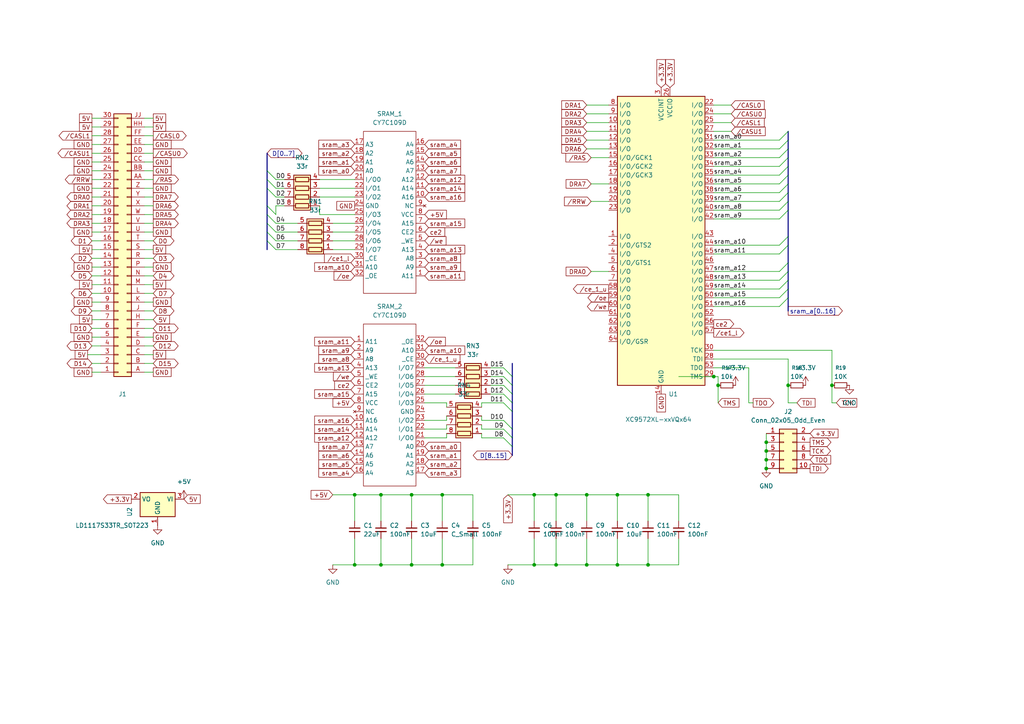
<source format=kicad_sch>
(kicad_sch (version 20250114) (generator "eeschema") (generator_version "9.0")
  (paper "A4")
  (junction (at 228.6 111.76))
  (junction (at 154.94 143.51))
  (junction (at 161.29 143.51))
  (junction (at 119.38 143.51))
  (junction (at 128.27 163.83))
  (junction (at 222.25 135.89))
  (junction (at 179.07 143.51))
  (junction (at 170.18 143.51))
  (junction (at 187.96 143.51))
  (junction (at 102.87 163.83))
  (junction (at 222.25 133.35))
  (junction (at 110.49 143.51))
  (junction (at 102.87 143.51))
  (junction (at 241.3 111.76))
  (junction (at 207.01 109.22))
  (junction (at 187.96 163.83))
  (junction (at 110.49 163.83))
  (junction (at 170.18 163.83))
  (junction (at 208.28 111.76))
  (junction (at 119.38 163.83))
  (junction (at 222.25 130.81))
  (junction (at 179.07 163.83))
  (junction (at 161.29 163.83))
  (junction (at 128.27 143.51))
  (junction (at 222.25 128.27))
  (junction (at 154.94 163.83))
  (bus_entry (at 228.6 86.36) (size -2.54 2.54))
  (bus_entry (at 228.6 76.2) (size -2.54 2.54))
  (bus_entry (at 77.47 49.53) (size 2.54 2.54))
  (bus_entry (at 228.6 48.26) (size -2.54 2.54))
  (bus_entry (at 148.59 109.22) (size -2.54 -2.54))
  (bus_entry (at 228.6 81.28) (size -2.54 2.54))
  (bus_entry (at 228.6 78.74) (size -2.54 2.54))
  (bus_entry (at 228.6 58.42) (size -2.54 2.54))
  (bus_entry (at 228.6 53.34) (size -2.54 2.54))
  (bus_entry (at 77.47 69.85) (size 2.54 2.54))
  (bus_entry (at 77.47 59.69) (size 2.54 2.54))
  (bus_entry (at 228.6 55.88) (size -2.54 2.54))
  (bus_entry (at 77.47 64.77) (size 2.54 2.54))
  (bus_entry (at 228.6 40.64) (size -2.54 2.54))
  (bus_entry (at 228.6 60.96) (size -2.54 2.54))
  (bus_entry (at 148.59 124.46) (size -2.54 -2.54))
  (bus_entry (at 228.6 71.12) (size -2.54 2.54))
  (bus_entry (at 228.6 68.58) (size -2.54 2.54))
  (bus_entry (at 77.47 62.23) (size 2.54 2.54))
  (bus_entry (at 148.59 116.84) (size -2.54 -2.54))
  (bus_entry (at 148.59 129.54) (size -2.54 -2.54))
  (bus_entry (at 228.6 83.82) (size -2.54 2.54))
  (bus_entry (at 148.59 114.3) (size -2.54 -2.54))
  (bus_entry (at 77.47 67.31) (size 2.54 2.54))
  (bus_entry (at 228.6 38.1) (size -2.54 2.54))
  (bus_entry (at 148.59 111.76) (size -2.54 -2.54))
  (bus_entry (at 148.59 127) (size -2.54 -2.54))
  (bus_entry (at 77.47 54.61) (size 2.54 2.54))
  (bus_entry (at 228.6 43.18) (size -2.54 2.54))
  (bus_entry (at 148.59 119.38) (size -2.54 -2.54))
  (bus_entry (at 228.6 45.72) (size -2.54 2.54))
  (bus_entry (at 228.6 50.8) (size -2.54 2.54))
  (bus_entry (at 77.47 52.07) (size 2.54 2.54))
  (wire (pts (xy 161.29 156.21) (xy 161.29 163.83)))
  (wire (pts (xy 170.18 143.51) (xy 170.18 151.13)))
  (bus (pts (xy 228.6 43.18) (xy 228.6 45.72)))
  (wire (pts (xy 171.45 58.42) (xy 176.53 58.42)))
  (wire (pts (xy 139.7 116.84) (xy 139.7 118.11)))
  (wire (pts (xy 96.52 69.85) (xy 102.87 69.85)))
  (bus (pts (xy 228.6 58.42) (xy 228.6 60.96)))
  (wire (pts (xy 123.19 127) (xy 129.54 127)))
  (wire (pts (xy 179.07 143.51) (xy 187.96 143.51)))
  (wire (pts (xy 128.27 143.51) (xy 137.16 143.51)))
  (wire (pts (xy 228.6 104.14) (xy 207.01 104.14)))
  (wire (pts (xy 179.07 163.83) (xy 187.96 163.83)))
  (wire (pts (xy 196.85 109.22) (xy 207.01 109.22)))
  (wire (pts (xy 92.71 59.69) (xy 92.71 62.23)))
  (wire (pts (xy 26.67 82.55) (xy 29.21 82.55)))
  (wire (pts (xy 26.67 72.39) (xy 29.21 72.39)))
  (wire (pts (xy 41.91 90.17) (xy 44.45 90.17)))
  (wire (pts (xy 207.01 83.82) (xy 226.06 83.82)))
  (wire (pts (xy 41.91 41.91) (xy 44.45 41.91)))
  (wire (pts (xy 129.54 123.19) (xy 129.54 124.46)))
  (wire (pts (xy 207.01 86.36) (xy 226.06 86.36)))
  (wire (pts (xy 123.19 109.22) (xy 132.08 109.22)))
  (wire (pts (xy 179.07 156.21) (xy 179.07 163.83)))
  (wire (pts (xy 241.3 101.6) (xy 207.01 101.6)))
  (wire (pts (xy 80.01 64.77) (xy 86.36 64.77)))
  (wire (pts (xy 207.01 33.02) (xy 212.09 33.02)))
  (wire (pts (xy 41.91 74.93) (xy 44.45 74.93)))
  (wire (pts (xy 161.29 163.83) (xy 170.18 163.83)))
  (wire (pts (xy 123.19 111.76) (xy 132.08 111.76)))
  (wire (pts (xy 41.91 44.45) (xy 44.45 44.45)))
  (wire (pts (xy 41.91 59.69) (xy 44.45 59.69)))
  (wire (pts (xy 170.18 38.1) (xy 176.53 38.1)))
  (bus (pts (xy 228.6 86.36) (xy 228.6 90.17)))
  (wire (pts (xy 207.01 50.8) (xy 226.06 50.8)))
  (wire (pts (xy 161.29 143.51) (xy 161.29 151.13)))
  (wire (pts (xy 102.87 156.21) (xy 102.87 163.83)))
  (wire (pts (xy 41.91 46.99) (xy 44.45 46.99)))
  (bus (pts (xy 77.47 62.23) (xy 77.47 64.77)))
  (wire (pts (xy 119.38 163.83) (xy 128.27 163.83)))
  (wire (pts (xy 41.91 80.01) (xy 44.45 80.01)))
  (bus (pts (xy 148.59 111.76) (xy 148.59 109.22)))
  (wire (pts (xy 123.19 121.92) (xy 129.54 121.92)))
  (wire (pts (xy 119.38 143.51) (xy 119.38 151.13)))
  (wire (pts (xy 207.01 40.64) (xy 226.06 40.64)))
  (wire (pts (xy 129.54 120.65) (xy 129.54 121.92)))
  (wire (pts (xy 207.01 38.1) (xy 212.09 38.1)))
  (bus (pts (xy 228.6 50.8) (xy 228.6 53.34)))
  (wire (pts (xy 222.25 133.35) (xy 222.25 135.89)))
  (wire (pts (xy 226.06 71.12) (xy 207.01 71.12)))
  (bus (pts (xy 228.6 83.82) (xy 228.6 86.36)))
  (wire (pts (xy 26.67 100.33) (xy 29.21 100.33)))
  (wire (pts (xy 41.91 72.39) (xy 44.45 72.39)))
  (wire (pts (xy 41.91 85.09) (xy 44.45 85.09)))
  (wire (pts (xy 41.91 49.53) (xy 44.45 49.53)))
  (wire (pts (xy 41.91 52.07) (xy 44.45 52.07)))
  (wire (pts (xy 41.91 100.33) (xy 44.45 100.33)))
  (bus (pts (xy 148.59 124.46) (xy 148.59 119.38)))
  (wire (pts (xy 80.01 67.31) (xy 86.36 67.31)))
  (bus (pts (xy 77.47 69.85) (xy 77.47 72.39)))
  (bus (pts (xy 148.59 109.22) (xy 148.59 105.41)))
  (wire (pts (xy 161.29 143.51) (xy 170.18 143.51)))
  (wire (pts (xy 207.01 55.88) (xy 226.06 55.88)))
  (wire (pts (xy 26.67 39.37) (xy 29.21 39.37)))
  (wire (pts (xy 26.67 90.17) (xy 29.21 90.17)))
  (wire (pts (xy 26.67 62.23) (xy 29.21 62.23)))
  (wire (pts (xy 41.91 69.85) (xy 44.45 69.85)))
  (wire (pts (xy 26.67 36.83) (xy 29.21 36.83)))
  (bus (pts (xy 228.6 45.72) (xy 228.6 48.26)))
  (wire (pts (xy 26.67 69.85) (xy 29.21 69.85)))
  (wire (pts (xy 154.94 143.51) (xy 154.94 151.13)))
  (wire (pts (xy 123.19 116.84) (xy 129.54 116.84)))
  (wire (pts (xy 207.01 58.42) (xy 226.06 58.42)))
  (wire (pts (xy 171.45 78.74) (xy 176.53 78.74)))
  (wire (pts (xy 207.01 78.74) (xy 226.06 78.74)))
  (wire (pts (xy 41.91 64.77) (xy 44.45 64.77)))
  (wire (pts (xy 41.91 36.83) (xy 44.45 36.83)))
  (wire (pts (xy 92.71 54.61) (xy 102.87 54.61)))
  (wire (pts (xy 207.01 88.9) (xy 226.06 88.9)))
  (wire (pts (xy 171.45 45.72) (xy 176.53 45.72)))
  (bus (pts (xy 148.59 119.38) (xy 148.59 116.84)))
  (wire (pts (xy 171.45 53.34) (xy 176.53 53.34)))
  (wire (pts (xy 217.17 106.68) (xy 207.01 106.68)))
  (wire (pts (xy 147.32 143.51) (xy 154.94 143.51)))
  (bus (pts (xy 228.6 68.58) (xy 228.6 71.12)))
  (bus (pts (xy 77.47 54.61) (xy 77.47 59.69)))
  (wire (pts (xy 142.24 109.22) (xy 146.05 109.22)))
  (wire (pts (xy 207.01 53.34) (xy 226.06 53.34)))
  (wire (pts (xy 170.18 163.83) (xy 179.07 163.83)))
  (wire (pts (xy 41.91 39.37) (xy 44.45 39.37)))
  (wire (pts (xy 102.87 163.83) (xy 110.49 163.83)))
  (wire (pts (xy 142.24 111.76) (xy 146.05 111.76)))
  (wire (pts (xy 80.01 57.15) (xy 82.55 57.15)))
  (wire (pts (xy 207.01 35.56) (xy 212.09 35.56)))
  (wire (pts (xy 110.49 143.51) (xy 110.49 151.13)))
  (wire (pts (xy 208.28 116.84) (xy 208.28 111.76)))
  (wire (pts (xy 123.19 124.46) (xy 129.54 124.46)))
  (wire (pts (xy 41.91 62.23) (xy 44.45 62.23)))
  (wire (pts (xy 207.01 48.26) (xy 226.06 48.26)))
  (wire (pts (xy 196.85 156.21) (xy 196.85 163.83)))
  (wire (pts (xy 80.01 54.61) (xy 82.55 54.61)))
  (wire (pts (xy 26.67 85.09) (xy 29.21 85.09)))
  (wire (pts (xy 207.01 60.96) (xy 226.06 60.96)))
  (bus (pts (xy 228.6 48.26) (xy 228.6 50.8)))
  (wire (pts (xy 170.18 40.64) (xy 176.53 40.64)))
  (wire (pts (xy 96.52 143.51) (xy 102.87 143.51)))
  (wire (pts (xy 92.71 57.15) (xy 102.87 57.15)))
  (wire (pts (xy 26.67 64.77) (xy 29.21 64.77)))
  (wire (pts (xy 26.67 107.95) (xy 29.21 107.95)))
  (wire (pts (xy 170.18 143.51) (xy 179.07 143.51)))
  (wire (pts (xy 41.91 97.79) (xy 44.45 97.79)))
  (wire (pts (xy 139.7 124.46) (xy 139.7 123.19)))
  (wire (pts (xy 146.05 124.46) (xy 139.7 124.46)))
  (wire (pts (xy 154.94 163.83) (xy 161.29 163.83)))
  (wire (pts (xy 123.19 114.3) (xy 132.08 114.3)))
  (wire (pts (xy 110.49 143.51) (xy 119.38 143.51)))
  (wire (pts (xy 26.67 67.31) (xy 29.21 67.31)))
  (wire (pts (xy 146.05 121.92) (xy 139.7 121.92)))
  (wire (pts (xy 96.52 72.39) (xy 102.87 72.39)))
  (wire (pts (xy 80.01 59.69) (xy 82.55 59.69)))
  (wire (pts (xy 207.01 73.66) (xy 226.06 73.66)))
  (bus (pts (xy 228.6 40.64) (xy 228.6 43.18)))
  (wire (pts (xy 129.54 125.73) (xy 129.54 127)))
  (wire (pts (xy 217.17 116.84) (xy 217.17 106.68)))
  (wire (pts (xy 110.49 156.21) (xy 110.49 163.83)))
  (wire (pts (xy 96.52 163.83) (xy 102.87 163.83)))
  (wire (pts (xy 26.67 95.25) (xy 29.21 95.25)))
  (wire (pts (xy 92.71 62.23) (xy 102.87 62.23)))
  (wire (pts (xy 207.01 63.5) (xy 226.06 63.5)))
  (bus (pts (xy 77.47 64.77) (xy 77.47 67.31)))
  (wire (pts (xy 26.67 52.07) (xy 29.21 52.07)))
  (wire (pts (xy 102.87 143.51) (xy 102.87 151.13)))
  (bus (pts (xy 77.47 49.53) (xy 77.47 52.07)))
  (bus (pts (xy 148.59 127) (xy 148.59 124.46)))
  (wire (pts (xy 92.71 52.07) (xy 102.87 52.07)))
  (wire (pts (xy 146.05 116.84) (xy 139.7 116.84)))
  (wire (pts (xy 96.52 64.77) (xy 102.87 64.77)))
  (bus (pts (xy 228.6 60.96) (xy 228.6 68.58)))
  (wire (pts (xy 41.91 34.29) (xy 44.45 34.29)))
  (wire (pts (xy 41.91 54.61) (xy 44.45 54.61)))
  (wire (pts (xy 170.18 35.56) (xy 176.53 35.56)))
  (bus (pts (xy 77.47 44.45) (xy 77.47 49.53)))
  (wire (pts (xy 41.91 95.25) (xy 44.45 95.25)))
  (wire (pts (xy 80.01 59.69) (xy 80.01 62.23)))
  (wire (pts (xy 96.52 67.31) (xy 102.87 67.31)))
  (wire (pts (xy 41.91 92.71) (xy 44.45 92.71)))
  (wire (pts (xy 123.19 106.68) (xy 132.08 106.68)))
  (wire (pts (xy 242.57 116.84) (xy 241.3 116.84)))
  (wire (pts (xy 128.27 143.51) (xy 128.27 151.13)))
  (wire (pts (xy 26.67 41.91) (xy 29.21 41.91)))
  (wire (pts (xy 41.91 102.87) (xy 44.45 102.87)))
  (wire (pts (xy 170.18 43.18) (xy 176.53 43.18)))
  (wire (pts (xy 241.3 116.84) (xy 241.3 111.76)))
  (wire (pts (xy 231.14 116.84) (xy 228.6 116.84)))
  (wire (pts (xy 26.67 46.99) (xy 29.21 46.99)))
  (wire (pts (xy 26.67 80.01) (xy 29.21 80.01)))
  (wire (pts (xy 196.85 143.51) (xy 196.85 151.13)))
  (wire (pts (xy 26.67 87.63) (xy 29.21 87.63)))
  (wire (pts (xy 41.91 107.95) (xy 44.45 107.95)))
  (wire (pts (xy 80.01 72.39) (xy 86.36 72.39)))
  (wire (pts (xy 26.67 97.79) (xy 29.21 97.79)))
  (wire (pts (xy 207.01 45.72) (xy 226.06 45.72)))
  (bus (pts (xy 228.6 78.74) (xy 228.6 81.28)))
  (wire (pts (xy 146.05 127) (xy 139.7 127)))
  (wire (pts (xy 207.01 30.48) (xy 212.09 30.48)))
  (wire (pts (xy 142.24 114.3) (xy 146.05 114.3)))
  (wire (pts (xy 26.67 44.45) (xy 29.21 44.45)))
  (wire (pts (xy 26.67 54.61) (xy 29.21 54.61)))
  (wire (pts (xy 170.18 30.48) (xy 176.53 30.48)))
  (bus (pts (xy 148.59 132.08) (xy 148.59 129.54)))
  (wire (pts (xy 187.96 143.51) (xy 187.96 151.13)))
  (bus (pts (xy 228.6 38.1) (xy 228.6 40.64)))
  (bus (pts (xy 228.6 55.88) (xy 228.6 58.42)))
  (wire (pts (xy 222.25 130.81) (xy 222.25 133.35)))
  (wire (pts (xy 102.87 143.51) (xy 110.49 143.51)))
  (wire (pts (xy 222.25 125.73) (xy 222.25 128.27)))
  (wire (pts (xy 207.01 81.28) (xy 226.06 81.28)))
  (wire (pts (xy 128.27 163.83) (xy 137.16 163.83)))
  (wire (pts (xy 128.27 156.21) (xy 128.27 163.83)))
  (bus (pts (xy 77.47 59.69) (xy 77.47 62.23)))
  (wire (pts (xy 218.44 116.84) (xy 217.17 116.84)))
  (wire (pts (xy 137.16 156.21) (xy 137.16 163.83)))
  (wire (pts (xy 41.91 77.47) (xy 44.45 77.47)))
  (wire (pts (xy 26.67 74.93) (xy 29.21 74.93)))
  (wire (pts (xy 208.28 111.76) (xy 208.28 109.22)))
  (wire (pts (xy 26.67 59.69) (xy 29.21 59.69)))
  (wire (pts (xy 80.01 52.07) (xy 82.55 52.07)))
  (wire (pts (xy 26.67 49.53) (xy 29.21 49.53)))
  (wire (pts (xy 147.32 163.83) (xy 154.94 163.83)))
  (wire (pts (xy 25.4 102.87) (xy 29.21 102.87)))
  (bus (pts (xy 228.6 81.28) (xy 228.6 83.82)))
  (wire (pts (xy 139.7 127) (xy 139.7 125.73)))
  (wire (pts (xy 26.67 105.41) (xy 29.21 105.41)))
  (wire (pts (xy 119.38 156.21) (xy 119.38 163.83)))
  (wire (pts (xy 26.67 77.47) (xy 29.21 77.47)))
  (wire (pts (xy 154.94 156.21) (xy 154.94 163.83)))
  (wire (pts (xy 170.18 33.02) (xy 176.53 33.02)))
  (bus (pts (xy 228.6 53.34) (xy 228.6 55.88)))
  (wire (pts (xy 41.91 105.41) (xy 44.45 105.41)))
  (wire (pts (xy 137.16 143.51) (xy 137.16 151.13)))
  (wire (pts (xy 41.91 67.31) (xy 44.45 67.31)))
  (wire (pts (xy 228.6 111.76) (xy 228.6 104.14)))
  (wire (pts (xy 26.67 34.29) (xy 29.21 34.29)))
  (wire (pts (xy 187.96 143.51) (xy 196.85 143.51)))
  (wire (pts (xy 187.96 163.83) (xy 196.85 163.83)))
  (wire (pts (xy 119.38 143.51) (xy 128.27 143.51)))
  (wire (pts (xy 187.96 156.21) (xy 187.96 163.83)))
  (wire (pts (xy 26.67 57.15) (xy 29.21 57.15)))
  (wire (pts (xy 179.07 143.51) (xy 179.07 151.13)))
  (wire (pts (xy 142.24 106.68) (xy 146.05 106.68)))
  (wire (pts (xy 41.91 57.15) (xy 44.45 57.15)))
  (bus (pts (xy 77.47 67.31) (xy 77.47 69.85)))
  (wire (pts (xy 170.18 156.21) (xy 170.18 163.83)))
  (bus (pts (xy 148.59 129.54) (xy 148.59 127)))
  (wire (pts (xy 241.3 111.76) (xy 241.3 101.6)))
  (wire (pts (xy 154.94 143.51) (xy 161.29 143.51)))
  (wire (pts (xy 207.01 43.18) (xy 226.06 43.18)))
  (wire (pts (xy 26.67 92.71) (xy 29.21 92.71)))
  (wire (pts (xy 139.7 121.92) (xy 139.7 120.65)))
  (bus (pts (xy 148.59 116.84) (xy 148.59 114.3)))
  (wire (pts (xy 80.01 69.85) (xy 86.36 69.85)))
  (wire (pts (xy 41.91 87.63) (xy 44.45 87.63)))
  (wire (pts (xy 41.91 82.55) (xy 44.45 82.55)))
  (wire (pts (xy 228.6 116.84) (xy 228.6 111.76)))
  (bus (pts (xy 77.47 52.07) (xy 77.47 54.61)))
  (wire (pts (xy 110.49 163.83) (xy 119.38 163.83)))
  (wire (pts (xy 222.25 128.27) (xy 222.25 130.81)))
  (wire (pts (xy 207.01 109.22) (xy 208.28 109.22)))
  (bus (pts (xy 228.6 76.2) (xy 228.6 78.74)))
  (bus (pts (xy 228.6 71.12) (xy 228.6 76.2)))
  (bus (pts (xy 148.59 114.3) (xy 148.59 111.76)))
  (wire (pts (xy 129.54 118.11) (xy 129.54 116.84)))
  (label "sram_a2" (at 207.01 45.72 0))
  (label "D15" (at 146.05 106.68 180))
  (label "sram_a9" (at 207.01 63.5 0))
  (label "D1" (at 80.01 54.61 0))
  (label "sram_a14" (at 207.01 83.82 0))
  (label "D4" (at 80.01 64.77 0))
  (label "sram_a5" (at 207.01 53.34 0))
  (label "D10" (at 146.05 121.92 180))
  (label "D5" (at 80.01 67.31 0))
  (label "sram_a1" (at 207.01 43.18 0))
  (label "D2" (at 80.01 57.15 0))
  (label "sram_a10" (at 207.01 71.12 0))
  (label "sram_a11" (at 207.01 73.66 0))
  (label "D7" (at 80.01 72.39 0))
  (label "sram_a12" (at 207.01 78.74 0))
  (label "sram_a15" (at 207.01 86.36 0))
  (label "D9" (at 146.05 124.46 180))
  (label "D11" (at 146.05 116.84 180))
  (label "sram_a8" (at 207.01 60.96 0))
  (label "D8" (at 146.05 127 180))
  (label "D12" (at 146.05 114.3 180))
  (label "D6" (at 80.01 69.85 0))
  (label "sram_a13" (at 207.01 81.28 0))
  (label "sram_a6" (at 207.01 55.88 0))
  (label "sram_a4" (at 207.01 50.8 0))
  (label "sram_a0" (at 207.01 40.64 0))
  (label "sram_a7" (at 207.01 58.42 0))
  (label "D3" (at 80.01 59.69 0))
  (label "D14" (at 146.05 109.22 180))
  (label "D13" (at 146.05 111.76 180))
  (label "sram_a16" (at 207.01 88.9 0))
  (label "D0" (at 80.01 52.07 0))
  (label "sram_a3" (at 207.01 48.26 0))
  (global_label "GND" (shape passive) (at 44.45 54.61 0) (property "Intersheetrefs" "${INTERSHEET_REFS}" (effects (hide yes))))
  (global_label "GND" (shape passive) (at 44.45 49.53 0) (property "Intersheetrefs" "${INTERSHEET_REFS}" (effects (hide yes))))
  (global_label "{slash}oe" (shape input) (at 102.87 80.01 180) (property "Intersheetrefs" "${INTERSHEET_REFS}" (effects (hide yes))))
  (global_label "DRA0" (shape output) (at 26.67 57.15 180) (property "Intersheetrefs" "${INTERSHEET_REFS}" (effects (hide yes))))
  (global_label "D8" (shape bidirectional) (at 44.45 90.17 0) (property "Intersheetrefs" "${INTERSHEET_REFS}" (effects (hide yes))))
  (global_label "{slash}CASL0" (shape input) (at 212.09 30.48 0) (property "Intersheetrefs" "${INTERSHEET_REFS}" (effects (hide yes))))
  (global_label "sram_a6" (shape input) (at 123.19 46.99 0) (property "Intersheetrefs" "${INTERSHEET_REFS}" (effects (hide yes))))
  (global_label "sram_a10" (shape input) (at 123.19 101.6 0) (property "Intersheetrefs" "${INTERSHEET_REFS}" (effects (hide yes))))
  (global_label "5V" (shape passive) (at 26.67 72.39 180) (property "Intersheetrefs" "${INTERSHEET_REFS}" (effects (hide yes))))
  (global_label "sram_a10" (shape input) (at 102.87 77.47 180) (property "Intersheetrefs" "${INTERSHEET_REFS}" (effects (hide yes))))
  (global_label "{slash}ce1_l" (shape input) (at 102.87 74.93 180) (property "Intersheetrefs" "${INTERSHEET_REFS}" (effects (hide yes))))
  (global_label "sram_a8" (shape input) (at 102.87 104.14 180) (property "Intersheetrefs" "${INTERSHEET_REFS}" (effects (hide yes))))
  (global_label "TDO" (shape output) (at 218.44 116.84 0) (property "Intersheetrefs" "${INTERSHEET_REFS}" (effects (hide yes))))
  (global_label "sram_a13" (shape input) (at 102.87 106.68 180) (property "Intersheetrefs" "${INTERSHEET_REFS}" (effects (hide yes))))
  (global_label "+5V" (shape input) (at 123.19 62.23 0) (property "Intersheetrefs" "${INTERSHEET_REFS}" (effects (hide yes))))
  (global_label "TCK" (shape output) (at 234.95 130.81 0) (property "Intersheetrefs" "${INTERSHEET_REFS}" (effects (hide yes))))
  (global_label "D5" (shape bidirectional) (at 26.67 80.01 180) (property "Intersheetrefs" "${INTERSHEET_REFS}" (effects (hide yes))))
  (global_label "sram_a2" (shape input) (at 123.19 134.62 0) (property "Intersheetrefs" "${INTERSHEET_REFS}" (effects (hide yes))))
  (global_label "{slash}CASU1" (shape output) (at 26.67 44.45 180) (property "Intersheetrefs" "${INTERSHEET_REFS}" (effects (hide yes))))
  (global_label "{slash}oe" (shape output) (at 176.53 86.36 180) (property "Intersheetrefs" "${INTERSHEET_REFS}" (effects (hide yes))))
  (global_label "{slash}CASU0" (shape output) (at 44.45 44.45 0) (property "Intersheetrefs" "${INTERSHEET_REFS}" (effects (hide yes))))
  (global_label "GND" (shape passive) (at 44.45 87.63 0) (property "Intersheetrefs" "${INTERSHEET_REFS}" (effects (hide yes))))
  (global_label "{slash}oe" (shape input) (at 123.19 99.06 0) (property "Intersheetrefs" "${INTERSHEET_REFS}" (effects (hide yes))))
  (global_label "D12" (shape bidirectional) (at 44.45 100.33 0) (property "Intersheetrefs" "${INTERSHEET_REFS}" (effects (hide yes))))
  (global_label "5V" (shape passive) (at 26.67 36.83 180) (property "Intersheetrefs" "${INTERSHEET_REFS}" (effects (hide yes))))
  (global_label "DRA1" (shape output) (at 26.67 59.69 180) (property "Intersheetrefs" "${INTERSHEET_REFS}" (effects (hide yes))))
  (global_label "{slash}RRW" (shape input) (at 171.45 58.42 180) (property "Intersheetrefs" "${INTERSHEET_REFS}" (effects (hide yes))))
  (global_label "sram_a3" (shape input) (at 102.87 41.91 180) (property "Intersheetrefs" "${INTERSHEET_REFS}" (effects (hide yes))))
  (global_label "{slash}we" (shape output) (at 176.53 88.9 180) (property "Intersheetrefs" "${INTERSHEET_REFS}" (effects (hide yes))))
  (global_label "sram_a11" (shape input) (at 123.19 80.01 0) (property "Intersheetrefs" "${INTERSHEET_REFS}" (effects (hide yes))))
  (global_label "D11" (shape bidirectional) (at 44.45 95.25 0) (property "Intersheetrefs" "${INTERSHEET_REFS}" (effects (hide yes))))
  (global_label "D6" (shape bidirectional) (at 26.67 85.09 180) (property "Intersheetrefs" "${INTERSHEET_REFS}" (effects (hide yes))))
  (global_label "5V" (shape passive) (at 44.45 102.87 0) (property "Intersheetrefs" "${INTERSHEET_REFS}" (effects (hide yes))))
  (global_label "GND" (shape passive) (at 26.67 97.79 180) (property "Intersheetrefs" "${INTERSHEET_REFS}" (effects (hide yes))))
  (global_label "D2" (shape bidirectional) (at 26.67 74.93 180) (property "Intersheetrefs" "${INTERSHEET_REFS}" (effects (hide yes))))
  (global_label "sram_a15" (shape input) (at 123.19 64.77 0) (property "Intersheetrefs" "${INTERSHEET_REFS}" (effects (hide yes))))
  (global_label "5V" (shape passive) (at 26.67 92.71 180) (property "Intersheetrefs" "${INTERSHEET_REFS}" (effects (hide yes))))
  (global_label "DRA3" (shape input) (at 170.18 35.56 180) (property "Intersheetrefs" "${INTERSHEET_REFS}" (effects (hide yes))))
  (global_label "TCK" (shape input) (at 242.57 116.84 0) (property "Intersheetrefs" "${INTERSHEET_REFS}" (effects (hide yes))))
  (global_label "sram_a1" (shape input) (at 102.87 46.99 180) (property "Intersheetrefs" "${INTERSHEET_REFS}" (effects (hide yes))))
  (global_label "sram_a3" (shape input) (at 123.19 137.16 0) (property "Intersheetrefs" "${INTERSHEET_REFS}" (effects (hide yes))))
  (global_label "+3.3V" (shape input) (at 194.31 25.4 90) (property "Intersheetrefs" "${INTERSHEET_REFS}" (effects (hide yes))))
  (global_label "DRA5" (shape input) (at 170.18 40.64 180) (property "Intersheetrefs" "${INTERSHEET_REFS}" (effects (hide yes))))
  (global_label "DRA7" (shape output) (at 44.45 57.15 0) (property "Intersheetrefs" "${INTERSHEET_REFS}" (effects (hide yes))))
  (global_label "DRA0" (shape input) (at 171.45 78.74 180) (property "Intersheetrefs" "${INTERSHEET_REFS}" (effects (hide yes))))
  (global_label "D9" (shape bidirectional) (at 26.67 90.17 180) (property "Intersheetrefs" "${INTERSHEET_REFS}" (effects (hide yes))))
  (global_label "sram_a9" (shape input) (at 102.87 101.6 180) (property "Intersheetrefs" "${INTERSHEET_REFS}" (effects (hide yes))))
  (global_label "{slash}we" (shape input) (at 123.19 69.85 0) (property "Intersheetrefs" "${INTERSHEET_REFS}" (effects (hide yes))))
  (global_label "GND" (shape passive) (at 44.45 41.91 0) (property "Intersheetrefs" "${INTERSHEET_REFS}" (effects (hide yes))))
  (global_label "GND" (shape passive) (at 26.67 41.91 180) (property "Intersheetrefs" "${INTERSHEET_REFS}" (effects (hide yes))))
  (global_label "{slash}RAS" (shape output) (at 44.45 52.07 0) (property "Intersheetrefs" "${INTERSHEET_REFS}" (effects (hide yes))))
  (global_label "sram_a11" (shape input) (at 102.87 99.06 180) (property "Intersheetrefs" "${INTERSHEET_REFS}" (effects (hide yes))))
  (global_label "sram_a13" (shape input) (at 123.19 72.39 0) (property "Intersheetrefs" "${INTERSHEET_REFS}" (effects (hide yes))))
  (global_label "DRA4" (shape output) (at 44.45 64.77 0) (property "Intersheetrefs" "${INTERSHEET_REFS}" (effects (hide yes))))
  (global_label "sram_a8" (shape input) (at 123.19 74.93 0) (property "Intersheetrefs" "${INTERSHEET_REFS}" (effects (hide yes))))
  (global_label "DRA1" (shape input) (at 170.18 30.48 180) (property "Intersheetrefs" "${INTERSHEET_REFS}" (effects (hide yes))))
  (global_label "{slash}CASL1" (shape output) (at 26.67 39.37 180) (property "Intersheetrefs" "${INTERSHEET_REFS}" (effects (hide yes))))
  (global_label "5V" (shape input) (at 53.34 144.78 0) (property "Intersheetrefs" "${INTERSHEET_REFS}" (effects (hide yes))))
  (global_label "GND" (shape passive) (at 44.45 107.95 0) (property "Intersheetrefs" "${INTERSHEET_REFS}" (effects (hide yes))))
  (global_label "TMS" (shape input) (at 208.28 116.84 0) (property "Intersheetrefs" "${INTERSHEET_REFS}" (effects (hide yes))))
  (global_label "ce2" (shape input) (at 102.87 111.76 180) (property "Intersheetrefs" "${INTERSHEET_REFS}" (effects (hide yes))))
  (global_label "sram_a16" (shape input) (at 123.19 57.15 0) (property "Intersheetrefs" "${INTERSHEET_REFS}" (effects (hide yes))))
  (global_label "{slash}CASU1" (shape input) (at 212.09 38.1 0) (property "Intersheetrefs" "${INTERSHEET_REFS}" (effects (hide yes))))
  (global_label "DRA6" (shape output) (at 44.45 59.69 0) (property "Intersheetrefs" "${INTERSHEET_REFS}" (effects (hide yes))))
  (global_label "5V" (shape passive) (at 44.45 36.83 0) (property "Intersheetrefs" "${INTERSHEET_REFS}" (effects (hide yes))))
  (global_label "GND" (shape passive) (at 102.87 59.69 180) (property "Intersheetrefs" "${INTERSHEET_REFS}" (effects (hide yes))))
  (global_label "GND" (shape passive) (at 26.67 77.47 180) (property "Intersheetrefs" "${INTERSHEET_REFS}" (effects (hide yes))))
  (global_label "{slash}ce_1_u" (shape input) (at 123.19 104.14 0) (property "Intersheetrefs" "${INTERSHEET_REFS}" (effects (hide yes))))
  (global_label "TDI" (shape input) (at 231.14 116.84 0) (property "Intersheetrefs" "${INTERSHEET_REFS}" (effects (hide yes))))
  (global_label "GND" (shape passive) (at 26.67 49.53 180) (property "Intersheetrefs" "${INTERSHEET_REFS}" (effects (hide yes))))
  (global_label "DRA6" (shape input) (at 170.18 43.18 180) (property "Intersheetrefs" "${INTERSHEET_REFS}" (effects (hide yes))))
  (global_label "GND" (shape passive) (at 26.67 54.61 180) (property "Intersheetrefs" "${INTERSHEET_REFS}" (effects (hide yes))))
  (global_label "sram_a14" (shape input) (at 123.19 54.61 0) (property "Intersheetrefs" "${INTERSHEET_REFS}" (effects (hide yes))))
  (global_label "sram_a4" (shape input) (at 123.19 41.91 0) (property "Intersheetrefs" "${INTERSHEET_REFS}" (effects (hide yes))))
  (global_label "D0" (shape bidirectional) (at 44.45 69.85 0) (property "Intersheetrefs" "${INTERSHEET_REFS}" (effects (hide yes))))
  (global_label "sram_a[0..16]" (shape output) (at 228.6 90.17 0) (property "Intersheetrefs" "${INTERSHEET_REFS}" (effects (hide yes))))
  (global_label "ce2" (shape input) (at 123.19 67.31 0) (property "Intersheetrefs" "${INTERSHEET_REFS}" (effects (hide yes))))
  (global_label "GND" (shape passive) (at 26.67 67.31 180) (property "Intersheetrefs" "${INTERSHEET_REFS}" (effects (hide yes))))
  (global_label "{slash}ce_1_u" (shape output) (at 176.53 83.82 180) (property "Intersheetrefs" "${INTERSHEET_REFS}" (effects (hide yes))))
  (global_label "5V" (shape passive) (at 44.45 72.39 0) (property "Intersheetrefs" "${INTERSHEET_REFS}" (effects (hide yes))))
  (global_label "{slash}RAS" (shape input) (at 171.45 45.72 180) (property "Intersheetrefs" "${INTERSHEET_REFS}" (effects (hide yes))))
  (global_label "5V" (shape passive) (at 26.67 82.55 180) (property "Intersheetrefs" "${INTERSHEET_REFS}" (effects (hide yes))))
  (global_label "5V" (shape input) (at 44.45 92.71 0) (property "Intersheetrefs" "${INTERSHEET_REFS}" (effects (hide yes))))
  (global_label "sram_a1" (shape input) (at 123.19 132.08 0) (property "Intersheetrefs" "${INTERSHEET_REFS}" (effects (hide yes))))
  (global_label "5V" (shape passive) (at 44.45 82.55 0) (property "Intersheetrefs" "${INTERSHEET_REFS}" (effects (hide yes))))
  (global_label "sram_a12" (shape input) (at 102.87 127 180) (property "Intersheetrefs" "${INTERSHEET_REFS}" (effects (hide yes))))
  (global_label "DRA5" (shape output) (at 44.45 62.23 0) (property "Intersheetrefs" "${INTERSHEET_REFS}" (effects (hide yes))))
  (global_label "+3.3V" (shape input) (at 147.32 143.51 270) (property "Intersheetrefs" "${INTERSHEET_REFS}" (effects (hide yes))))
  (global_label "5V" (shape passive) (at 44.45 34.29 0) (property "Intersheetrefs" "${INTERSHEET_REFS}" (effects (hide yes))))
  (global_label "DRA4" (shape input) (at 170.18 38.1 180) (property "Intersheetrefs" "${INTERSHEET_REFS}" (effects (hide yes))))
  (global_label "DRA3" (shape output) (at 26.67 64.77 180) (property "Intersheetrefs" "${INTERSHEET_REFS}" (effects (hide yes))))
  (global_label "GND" (shape passive) (at 191.77 114.3 270) (property "Intersheetrefs" "${INTERSHEET_REFS}" (effects (hide yes))))
  (global_label "+5V" (shape input) (at 96.52 143.51 180) (property "Intersheetrefs" "${INTERSHEET_REFS}" (effects (hide yes))))
  (global_label "{slash}CASL1" (shape input) (at 212.09 35.56 0) (property "Intersheetrefs" "${INTERSHEET_REFS}" (effects (hide yes))))
  (global_label "+3.3V" (shape output) (at 38.1 144.78 180) (property "Intersheetrefs" "${INTERSHEET_REFS}" (effects (hide yes))))
  (global_label "GND" (shape passive) (at 44.45 46.99 0) (property "Intersheetrefs" "${INTERSHEET_REFS}" (effects (hide yes))))
  (global_label "D14" (shape bidirectional) (at 26.67 105.41 180) (property "Intersheetrefs" "${INTERSHEET_REFS}" (effects (hide yes))))
  (global_label "GND" (shape passive) (at 26.67 46.99 180) (property "Intersheetrefs" "${INTERSHEET_REFS}" (effects (hide yes))))
  (global_label "D1" (shape bidirectional) (at 26.67 69.85 180) (property "Intersheetrefs" "${INTERSHEET_REFS}" (effects (hide yes))))
  (global_label "sram_a4" (shape input) (at 102.87 137.16 180) (property "Intersheetrefs" "${INTERSHEET_REFS}" (effects (hide yes))))
  (global_label "D[8..15]" (shape bidirectional) (at 148.59 132.08 180) (property "Intersheetrefs" "${INTERSHEET_REFS}" (effects (hide yes))))
  (global_label "+3.3V" (shape input) (at 234.95 125.73 0) (property "Intersheetrefs" "${INTERSHEET_REFS}" (effects (hide yes))))
  (global_label "sram_a2" (shape input) (at 102.87 44.45 180) (property "Intersheetrefs" "${INTERSHEET_REFS}" (effects (hide yes))))
  (global_label "D4" (shape bidirectional) (at 44.45 80.01 0) (property "Intersheetrefs" "${INTERSHEET_REFS}" (effects (hide yes))))
  (global_label "DRA2" (shape output) (at 26.67 62.23 180) (property "Intersheetrefs" "${INTERSHEET_REFS}" (effects (hide yes))))
  (global_label "sram_a15" (shape input) (at 102.87 114.3 180) (property "Intersheetrefs" "${INTERSHEET_REFS}" (effects (hide yes))))
  (global_label "sram_a16" (shape input) (at 102.87 121.92 180) (property "Intersheetrefs" "${INTERSHEET_REFS}" (effects (hide yes))))
  (global_label "sram_a7" (shape input) (at 123.19 49.53 0) (property "Intersheetrefs" "${INTERSHEET_REFS}" (effects (hide yes))))
  (global_label "{slash}CASU0" (shape input) (at 212.09 33.02 0) (property "Intersheetrefs" "${INTERSHEET_REFS}" (effects (hide yes))))
  (global_label "GND" (shape passive) (at 44.45 77.47 0) (property "Intersheetrefs" "${INTERSHEET_REFS}" (effects (hide yes))))
  (global_label "D7" (shape bidirectional) (at 44.45 85.09 0) (property "Intersheetrefs" "${INTERSHEET_REFS}" (effects (hide yes))))
  (global_label "TDO" (shape input) (at 234.95 133.35 0) (property "Intersheetrefs" "${INTERSHEET_REFS}" (effects (hide yes))))
  (global_label "DRA7" (shape input) (at 171.45 53.34 180) (property "Intersheetrefs" "${INTERSHEET_REFS}" (effects (hide yes))))
  (global_label "sram_a14" (shape input) (at 102.87 124.46 180) (property "Intersheetrefs" "${INTERSHEET_REFS}" (effects (hide yes))))
  (global_label "D10" (shape input) (at 26.67 95.25 180) (property "Intersheetrefs" "${INTERSHEET_REFS}" (effects (hide yes))))
  (global_label "DRA2" (shape input) (at 170.18 33.02 180) (property "Intersheetrefs" "${INTERSHEET_REFS}" (effects (hide yes))))
  (global_label "ce2" (shape output) (at 207.01 93.98 0) (property "Intersheetrefs" "${INTERSHEET_REFS}" (effects (hide yes))))
  (global_label "{slash}CASL0" (shape output) (at 44.45 39.37 0) (property "Intersheetrefs" "${INTERSHEET_REFS}" (effects (hide yes))))
  (global_label "sram_a12" (shape input) (at 123.19 52.07 0) (property "Intersheetrefs" "${INTERSHEET_REFS}" (effects (hide yes))))
  (global_label "5V" (shape passive) (at 26.67 34.29 180) (property "Intersheetrefs" "${INTERSHEET_REFS}" (effects (hide yes))))
  (global_label "TDI" (shape output) (at 234.95 135.89 0) (property "Intersheetrefs" "${INTERSHEET_REFS}" (effects (hide yes))))
  (global_label "sram_a9" (shape input) (at 123.19 77.47 0) (property "Intersheetrefs" "${INTERSHEET_REFS}" (effects (hide yes))))
  (global_label "sram_a7" (shape input) (at 102.87 129.54 180) (property "Intersheetrefs" "${INTERSHEET_REFS}" (effects (hide yes))))
  (global_label "{slash}RRW" (shape output) (at 26.67 52.07 180) (property "Intersheetrefs" "${INTERSHEET_REFS}" (effects (hide yes))))
  (global_label "sram_a5" (shape input) (at 123.19 44.45 0) (property "Intersheetrefs" "${INTERSHEET_REFS}" (effects (hide yes))))
  (global_label "+5V" (shape input) (at 102.87 116.84 180) (property "Intersheetrefs" "${INTERSHEET_REFS}" (effects (hide yes))))
  (global_label "+3.3V" (shape input) (at 191.77 25.4 90) (property "Intersheetrefs" "${INTERSHEET_REFS}" (effects (hide yes))))
  (global_label "sram_a0" (shape input) (at 123.19 129.54 0) (property "Intersheetrefs" "${INTERSHEET_REFS}" (effects (hide yes))))
  (global_label "5V" (shape passive) (at 25.4 102.87 180) (property "Intersheetrefs" "${INTERSHEET_REFS}" (effects (hide yes))))
  (global_label "GND" (shape passive) (at 26.67 107.95 180) (property "Intersheetrefs" "${INTERSHEET_REFS}" (effects (hide yes))))
  (global_label "D3" (shape bidirectional) (at 44.45 74.93 0) (property "Intersheetrefs" "${INTERSHEET_REFS}" (effects (hide yes))))
  (global_label "{slash}ce1_l" (shape output) (at 207.01 96.52 0) (property "Intersheetrefs" "${INTERSHEET_REFS}" (effects (hide yes))))
  (global_label "D[0..7]" (shape bidirectional) (at 77.47 44.45 0) (property "Intersheetrefs" "${INTERSHEET_REFS}" (effects (hide yes))))
  (global_label "TMS" (shape output) (at 234.95 128.27 0) (property "Intersheetrefs" "${INTERSHEET_REFS}" (effects (hide yes))))
  (global_label "sram_a0" (shape input) (at 102.87 49.53 180) (property "Intersheetrefs" "${INTERSHEET_REFS}" (effects (hide yes))))
  (global_label "GND" (shape passive) (at 44.45 67.31 0) (property "Intersheetrefs" "${INTERSHEET_REFS}" (effects (hide yes))))
  (global_label "sram_a6" (shape input) (at 102.87 132.08 180) (property "Intersheetrefs" "${INTERSHEET_REFS}" (effects (hide yes))))
  (global_label "GND" (shape passive) (at 44.45 97.79 0) (property "Intersheetrefs" "${INTERSHEET_REFS}" (effects (hide yes))))
  (global_label "GND" (shape passive) (at 26.67 87.63 180) (property "Intersheetrefs" "${INTERSHEET_REFS}" (effects (hide yes))))
  (global_label "D13" (shape bidirectional) (at 26.67 100.33 180) (property "Intersheetrefs" "${INTERSHEET_REFS}" (effects (hide yes))))
  (global_label "D15" (shape bidirectional) (at 44.45 105.41 0) (property "Intersheetrefs" "${INTERSHEET_REFS}" (effects (hide yes))))
  (global_label "sram_a5" (shape input) (at 102.87 134.62 180) (property "Intersheetrefs" "${INTERSHEET_REFS}" (effects (hide yes))))
  (global_label "{slash}we" (shape input) (at 102.87 109.22 180) (property "Intersheetrefs" "${INTERSHEET_REFS}" (effects (hide yes))))
  (symbol (lib_id "Device:R_Pack04") (at 87.63 54.61 90) (unit 1)
    (property "Reference" "RN2" (at 87.63 45.72 90))
    (property "Value" "33r" (at 87.63 48.26 90))
    (property "Footprint" "Resistor_SMD:R_Array_Convex_4x0603" (effects (hide yes)))
    (property "Description" "4 resistor network, parallel topology" (effects (hide yes)))
  )
  (symbol (lib_id "Device:R_Small") (at 243.84 111.76 90) (unit 1)
    (property "Reference" "R19" (at 243.84 106.68 90) (effects (font (size 1.016 1.016))))
    (property "Value" "10K" (at 243.84 109.22 90))
    (property "Footprint" "Resistor_SMD:R_0603_1608Metric_Pad0.98x0.95mm_HandSolder" (effects (hide yes)))
    (property "Description" "Resistor, small symbol" (effects (hide yes)))
  )
  (symbol (lib_id "Connector_Generic:Conn_02x05_Odd_Even") (at 227.33 130.81 0) (unit 1)
    (property "Reference" "J2" (at 228.6 119.38 0))
    (property "Value" "Conn_02x05_Odd_Even" (at 228.6 121.92 0))
    (property "Footprint" "Connector_IDC:IDC-Header_2x05_P2.54mm_Vertical" (effects (hide yes)))
    (property "Description" "Generic connector, double row, 02x05, odd/even pin numbering scheme (row 1 odd numbers, row 2 even numbers), script generated (kicad-library-utils/schlib/autogen/connector/)" (effects (hide yes)))
  )
  (symbol (lib_id "power:GND") (at 147.32 163.83 0) (unit 1)
    (property "Reference" "#PWR0101" (effects (hide yes)))
    (property "Value" "GND" (at 147.32 168.91 0))
    (property "Description" "Power symbol creates a global label with name \"GND\" , ground" (effects (hide yes)))
  )
  (symbol (lib_id "power:GND") (at 45.72 152.4 0) (unit 1)
    (property "Reference" "#PWR03" (effects (hide yes)))
    (property "Value" "GND" (at 45.72 157.48 0))
    (property "Description" "Power symbol creates a global label with name \"GND\" , ground" (effects (hide yes)))
  )
  (symbol (lib_id "power:+3.3V") (at 233.68 111.76 0) (unit 1)
    (property "Reference" "#PWR05" (effects (hide yes)))
    (property "Value" "+3.3V" (at 233.68 106.68 0))
    (property "Description" "Power symbol creates a global label with name \"+3.3V\"" (effects (hide yes)))
  )
  (symbol (lib_id "Device:C_Small") (at 161.29 153.67 0) (unit 1)
    (property "Reference" "C8" (at 163.83 152.4062 0) (effects (justify left)))
    (property "Value" "100nF" (at 163.83 154.9462 0) (effects (justify left)))
    (property "Footprint" "Capacitor_SMD:C_0805_2012Metric_Pad1.18x1.45mm_HandSolder" (effects (hide yes)))
    (property "Description" "Unpolarized capacitor, small symbol" (effects (hide yes)))
  )
  (symbol (lib_id "Device:R_Small") (at 210.82 111.76 90) (unit 1)
    (property "Reference" "R17" (at 210.82 106.68 90) (effects (font (size 1.016 1.016))))
    (property "Value" "10k" (at 210.82 109.22 90))
    (property "Footprint" "Resistor_SMD:R_0603_1608Metric_Pad0.98x0.95mm_HandSolder" (effects (hide yes)))
    (property "Description" "Resistor, small symbol" (effects (hide yes)))
  )
  (symbol (lib_id "Device:C_Small") (at 179.07 153.67 0) (unit 1)
    (property "Reference" "C10" (at 181.61 152.4062 0) (effects (justify left)))
    (property "Value" "10uF" (at 181.61 154.9462 0) (effects (justify left)))
    (property "Footprint" "Capacitor_SMD:C_0805_2012Metric_Pad1.18x1.45mm_HandSolder" (effects (hide yes)))
    (property "Description" "Unpolarized capacitor, small symbol" (effects (hide yes)))
  )
  (symbol (lib_id "Device:R_Pack04") (at 91.44 67.31 90) (unit 1)
    (property "Reference" "RN1" (at 91.44 58.42 90))
    (property "Value" "33r" (at 91.44 60.96 90))
    (property "Footprint" "Resistor_SMD:R_Array_Convex_4x0603" (effects (hide yes)))
    (property "Description" "4 resistor network, parallel topology" (effects (hide yes)))
  )
  (symbol (lib_id "CPLD_Xilinx:XC9572XL-xxVQx64") (at 191.77 68.58 0) (unit 1)
    (property "Reference" "U1" (at 193.9133 114.3 0) (effects (justify left)))
    (property "Value" "XC9572XL-xxVQx64" (at 181.356 121.666 0) (effects (justify left)))
    (property "Footprint" "Package_QFP:TQFP-64_10x10mm_P0.5mm" (effects (hide yes)))
    (property "Datasheet" "http://www.xilinx.com/support/documentation/data_sheets/ds057.pdf" (effects (hide yes)))
    (property "Description" "CPLD, 72 Macrocells, 1600 Usable Gates, TQFP-64 (Xilinx VQ64)" (effects (hide yes)))
  )
  (symbol (lib_name "CY7C109D_1") (lib_id "Amiga_related:CY7C109D") (at 113.03 82.55 180) (unit 1)
    (property "Reference" "SRAM_1" (at 113.03 33.02 0))
    (property "Value" "CY7C109D" (at 113.03 35.56 0))
    (property "Footprint" "Package_SO:TSOP-I-32_18.4x8mm_P0.5mm" (effects (hide yes)))
  )
  (symbol (lib_id "Amiga_related:CY7C109D") (at 113.03 96.52 0) (unit 1)
    (property "Reference" "SRAM_2" (at 113.03 88.9 0))
    (property "Value" "CY7C109D" (at 113.03 91.44 0))
    (property "Footprint" "Package_SO:TSOP-I-32_18.4x8mm_P0.5mm" (effects (hide yes)))
  )
  (symbol (lib_id "Connector_Generic:Conn_02x30_Top_Bottom") (at 34.29 72.39 0) (mirror x) (unit 1)
    (property "Reference" "J1" (at 35.56 114.3 0))
    (property "Value" "Front_Connector" (effects (hide yes)))
    (property "Footprint" "Amiga_diverse_Library:Connector_horizontal_amiga1.04_GREEN" (effects (hide yes)))
    (property "Description" "Generic connector, double row, 02x30, top/bottom pin numbering scheme (row 1: 1...pins_per_row, row2: pins_per_row+1 ... num_pins), script generated (kicad-library-utils/schlib/autogen/connector/)" (effects (hide yes)))
  )
  (symbol (lib_id "Device:C_Small") (at 110.49 153.67 0) (unit 1)
    (property "Reference" "C2" (at 113.03 152.4062 0) (effects (justify left)))
    (property "Value" "100nF" (at 113.03 154.9462 0) (effects (justify left)))
    (property "Footprint" "Capacitor_SMD:C_0805_2012Metric_Pad1.18x1.45mm_HandSolder" (effects (hide yes)))
    (property "Description" "Unpolarized capacitor, small symbol" (effects (hide yes)))
  )
  (symbol (lib_id "power:GND") (at 222.25 135.89 0) (unit 1)
    (property "Reference" "#PWR07" (effects (hide yes)))
    (property "Value" "GND" (at 222.25 140.97 0))
    (property "Description" "Power symbol creates a global label with name \"GND\" , ground" (effects (hide yes)))
  )
  (symbol (lib_id "Device:R_Pack04") (at 137.16 109.22 90) (unit 1)
    (property "Reference" "RN3" (at 137.16 100.33 90))
    (property "Value" "33r" (at 137.16 102.87 90))
    (property "Footprint" "Resistor_SMD:R_Array_Convex_4x0603" (effects (hide yes)))
    (property "Description" "4 resistor network, parallel topology" (effects (hide yes)))
  )
  (symbol (lib_id "Device:R_Small") (at 231.14 111.76 90) (unit 1)
    (property "Reference" "R18" (at 231.14 106.68 90) (effects (font (size 1.016 1.016))))
    (property "Value" "10K" (at 231.14 109.22 90))
    (property "Footprint" "Resistor_SMD:R_0603_1608Metric_Pad0.98x0.95mm_HandSolder" (effects (hide yes)))
    (property "Description" "Resistor, small symbol" (effects (hide yes)))
  )
  (symbol (lib_id "power:+5V") (at 53.34 144.78 0) (unit 1)
    (property "Reference" "#PWR02" (effects (hide yes)))
    (property "Value" "+5V" (at 53.34 139.7 0))
    (property "Description" "Power symbol creates a global label with name \"+5V\"" (effects (hide yes)))
  )
  (symbol (lib_id "power:GND") (at 96.52 163.83 0) (unit 1)
    (property "Reference" "#PWR01" (effects (hide yes)))
    (property "Value" "GND" (at 96.52 168.91 0))
    (property "Description" "Power symbol creates a global label with name \"GND\" , ground" (effects (hide yes)))
  )
  (symbol (lib_id "power:+3.3V") (at 213.36 111.76 0) (unit 1)
    (property "Reference" "#PWR04" (effects (hide yes)))
    (property "Value" "+3.3V" (at 213.36 106.68 0))
    (property "Description" "Power symbol creates a global label with name \"+3.3V\"" (effects (hide yes)))
  )
  (symbol (lib_id "power:GND") (at 246.38 111.76 0) (unit 1)
    (property "Reference" "#PWR06" (effects (hide yes)))
    (property "Value" "GND" (at 246.38 116.84 0))
    (property "Description" "Power symbol creates a global label with name \"GND\" , ground" (effects (hide yes)))
  )
  (symbol (lib_id "Device:R_Pack04") (at 134.62 120.65 90) (unit 1)
    (property "Reference" "RN4" (at 134.62 111.76 90))
    (property "Value" "33r" (at 134.62 114.3 90))
    (property "Footprint" "Resistor_SMD:R_Array_Convex_4x0603" (effects (hide yes)))
    (property "Description" "4 resistor network, parallel topology" (effects (hide yes)))
  )
  (symbol (lib_id "Device:C_Small") (at 170.18 153.67 0) (unit 1)
    (property "Reference" "C9" (at 172.72 152.4062 0) (effects (justify left)))
    (property "Value" "100nF" (at 172.72 154.9462 0) (effects (justify left)))
    (property "Footprint" "Capacitor_SMD:C_0805_2012Metric_Pad1.18x1.45mm_HandSolder" (effects (hide yes)))
    (property "Description" "Unpolarized capacitor, small symbol" (effects (hide yes)))
  )
  (symbol (lib_id "Device:C_Small") (at 119.38 153.67 0) (unit 1)
    (property "Reference" "C3" (at 121.92 152.4062 0) (effects (justify left)))
    (property "Value" "10uF" (at 121.92 154.9462 0) (effects (justify left)))
    (property "Footprint" "Capacitor_SMD:C_0805_2012Metric_Pad1.18x1.45mm_HandSolder" (effects (hide yes)))
    (property "Description" "Unpolarized capacitor, small symbol" (effects (hide yes)))
  )
  (symbol (lib_id "Device:C_Small") (at 137.16 153.67 0) (unit 1)
    (property "Reference" "C5" (at 139.7 152.4062 0) (effects (justify left)))
    (property "Value" "100nF" (at 139.7 154.9462 0) (effects (justify left)))
    (property "Footprint" "Capacitor_SMD:C_0805_2012Metric_Pad1.18x1.45mm_HandSolder" (effects (hide yes)))
    (property "Description" "Unpolarized capacitor, small symbol" (effects (hide yes)))
  )
  (symbol (lib_id "Regulator_Linear:LD1117S33TR_SOT223") (at 45.72 144.78 0) (mirror y) (unit 1)
    (property "Reference" "U2" (at 37.592 149.86 90) (effects (justify left)))
    (property "Value" "LD1117S33TR_SOT223" (at 43.18 152.4 0) (effects (justify left)))
    (property "Footprint" "Package_TO_SOT_SMD:SOT-223-3_TabPin2" (effects (hide yes)))
    (property "Datasheet" "http://www.st.com/st-web-ui/static/active/en/resource/technical/document/datasheet/CD00000544.pdf" (effects (hide yes)))
    (property "Description" "800mA Fixed Low Drop Positive Voltage Regulator, Fixed Output 3.3V, SOT-223" (effects (hide yes)))
  )
  (symbol (lib_id "Device:C_Small") (at 128.27 153.67 0) (unit 1)
    (property "Reference" "C4" (at 130.81 152.4062 0) (effects (justify left)))
    (property "Value" "C_Small" (at 130.81 154.9462 0) (effects (justify left)))
    (property "Footprint" "Capacitor_SMD:C_0805_2012Metric_Pad1.18x1.45mm_HandSolder" (effects (hide yes)))
    (property "Description" "Unpolarized capacitor, small symbol" (effects (hide yes)))
  )
  (symbol (lib_id "Device:C_Small") (at 102.87 153.67 0) (unit 1)
    (property "Reference" "C1" (at 105.41 152.4062 0) (effects (justify left)))
    (property "Value" "22uF" (at 105.41 154.9462 0) (effects (justify left)))
    (property "Footprint" "Capacitor_SMD:C_1206_3216Metric_Pad1.33x1.80mm_HandSolder" (effects (hide yes)))
    (property "Description" "Unpolarized capacitor, small symbol" (effects (hide yes)))
  )
  (symbol (lib_id "Device:C_Small") (at 187.96 153.67 0) (unit 1)
    (property "Reference" "C11" (at 190.5 152.4062 0) (effects (justify left)))
    (property "Value" "100nF" (at 190.5 154.9462 0) (effects (justify left)))
    (property "Footprint" "Capacitor_SMD:C_0805_2012Metric_Pad1.18x1.45mm_HandSolder" (effects (hide yes)))
    (property "Description" "Unpolarized capacitor, small symbol" (effects (hide yes)))
  )
  (symbol (lib_id "Device:C_Small") (at 196.85 153.67 0) (unit 1)
    (property "Reference" "C12" (at 199.39 152.4062 0) (effects (justify left)))
    (property "Value" "100nF" (at 199.39 154.9462 0) (effects (justify left)))
    (property "Footprint" "Capacitor_SMD:C_0805_2012Metric_Pad1.18x1.45mm_HandSolder" (effects (hide yes)))
    (property "Description" "Unpolarized capacitor, small symbol" (effects (hide yes)))
  )
  (symbol (lib_id "Device:C_Small") (at 154.94 153.67 0) (unit 1)
    (property "Reference" "C6" (at 157.48 152.4062 0) (effects (justify left)))
    (property "Value" "100nF" (at 157.48 154.9462 0) (effects (justify left)))
    (property "Footprint" "Capacitor_SMD:C_0805_2012Metric_Pad1.18x1.45mm_HandSolder" (effects (hide yes)))
    (property "Description" "Unpolarized capacitor, small symbol" (effects (hide yes)))
  )
)
</source>
